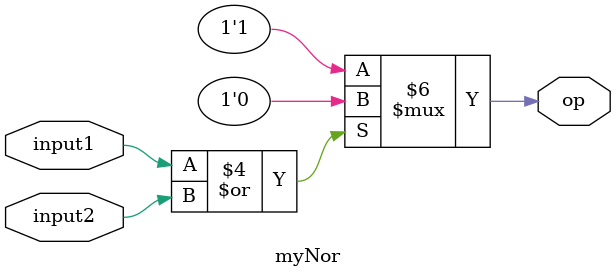
<source format=sv>
module myNor(input1, input2, op);
    input input1, input2;
    output reg op;
    
    always @(input1, input2)
    begin
        if (input1 == 1 | input2 == 1)
            op = 0;
        else
            op = 1;
    end
endmodule
</source>
